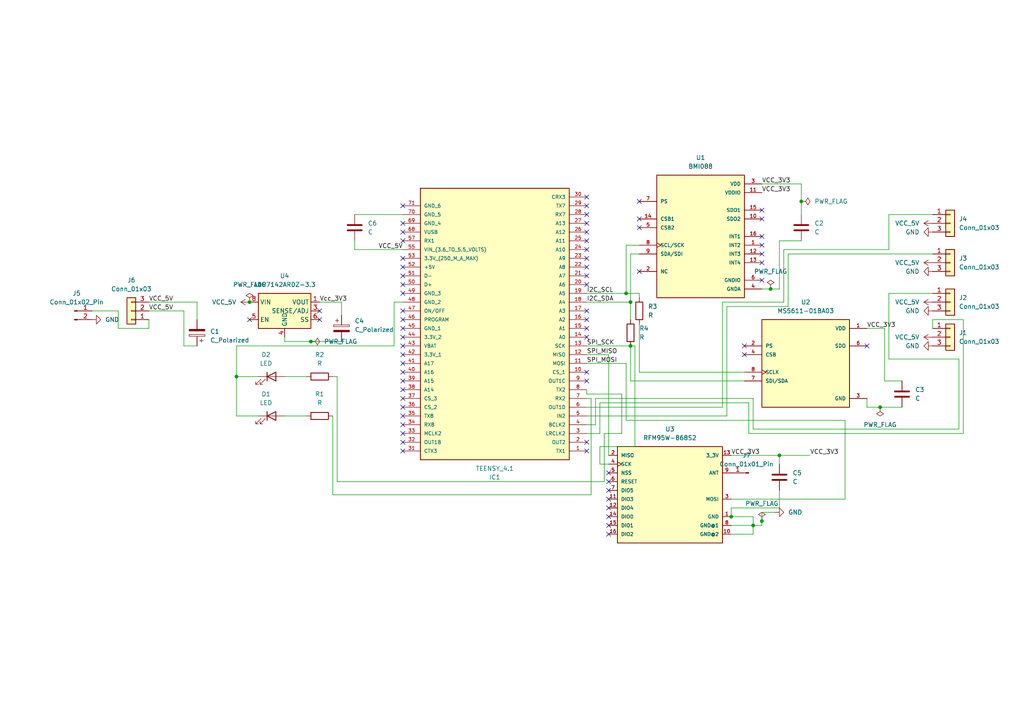
<source format=kicad_sch>
(kicad_sch (version 20250114) (generator "eeschema") (generator_version "9.0")
  (paper "A4")
  (lib_symbols
    (symbol "BMI088:BMI088" (pin_names (offset 1.016))
      (property "Reference" "U" (at -12.7 18.415 0))
      (property "Value" "BMI088" (at -12.7 -20.32 0))
      (symbol "BMI088_0_0"
        (rectangle (start -12.7 -17.78) (end 12.7 17.78) (stroke (width 0.254)) (fill (type background)))
        (pin input line (at -17.78 10.16 0) (length 5.08) (name "PS") (number "7"))
        (pin input line (at -17.78 5.08 0) (length 5.08) (name "CSB1") (number "14"))
        (pin input line (at -17.78 2.54 0) (length 5.08) (name "CSB2") (number "5"))
        (pin input clock (at -17.78 -2.54 0) (length 5.08) (name "SCL/SCK") (number "8"))
        (pin bidirectional line (at -17.78 -5.08 0) (length 5.08) (name "SDA/SDI") (number "9"))
        (pin passive line (at -17.78 -10.16 0) (length 5.08) (name "NC") (number "2"))
        (pin power_in line (at 17.78 15.24 180) (length 5.08) (name "VDD") (number "3"))
        (pin power_in line (at 17.78 12.7 180) (length 5.08) (name "VDDIO") (number "11"))
        (pin output line (at 17.78 7.62 180) (length 5.08) (name "SDO1") (number "15"))
        (pin output line (at 17.78 5.08 180) (length 5.08) (name "SDO2") (number "10"))
        (pin bidirectional line (at 17.78 0 180) (length 5.08) (name "INT1") (number "16"))
        (pin bidirectional line (at 17.78 -2.54 180) (length 5.08) (name "INT2") (number "1"))
        (pin bidirectional line (at 17.78 -5.08 180) (length 5.08) (name "INT3") (number "12"))
        (pin bidirectional line (at 17.78 -7.62 180) (length 5.08) (name "INT4") (number "13"))
        (pin power_in line (at 17.78 -12.7 180) (length 5.08) (name "GNDIO") (number "6"))
        (pin power_in line (at 17.78 -15.24 180) (length 5.08) (name "GNDA") (number "4"))
      )
    )
    (symbol "Connector:Conn_01x01_Pin" (pin_names (offset 1.016) (hide yes))
      (property "Reference" "J" (at 0 2.54 0))
      (property "Value" "Conn_01x01_Pin" (at 0 -2.54 0))
      (symbol "Conn_01x01_Pin_1_1"
        (rectangle (start 0.8636 0.127) (end 0 -0.127) (stroke (width 0.1524)) (fill (type outline)))
        (polyline (pts (xy 1.27 0) (xy 0.8636 0)) (stroke (width 0.1524)))
        (pin passive line (at 5.08 0 180) (length 3.81) (name "Pin_1") (number "1"))
      )
    )
    (symbol "Connector:Conn_01x02_Pin" (pin_names (offset 1.016) (hide yes))
      (property "Reference" "J" (at 0 2.54 0))
      (property "Value" "Conn_01x02_Pin" (at 0 -5.08 0))
      (symbol "Conn_01x02_Pin_1_1"
        (rectangle (start 0.8636 0.127) (end 0 -0.127) (stroke (width 0.1524)) (fill (type outline)))
        (rectangle (start 0.8636 -2.413) (end 0 -2.667) (stroke (width 0.1524)) (fill (type outline)))
        (polyline (pts (xy 1.27 0) (xy 0.8636 0)) (stroke (width 0.1524)))
        (polyline (pts (xy 1.27 -2.54) (xy 0.8636 -2.54)) (stroke (width 0.1524)))
        (pin passive line (at 5.08 0 180) (length 3.81) (name "Pin_1") (number "1"))
        (pin passive line (at 5.08 -2.54 180) (length 3.81) (name "Pin_2") (number "2"))
      )
    )
    (symbol "Connector_Generic:Conn_01x03" (pin_names (offset 1.016) (hide yes))
      (property "Reference" "J" (at 0 5.08 0))
      (property "Value" "Conn_01x03" (at 0 -5.08 0))
      (symbol "Conn_01x03_1_1"
        (rectangle (start -1.27 3.81) (end 1.27 -3.81) (stroke (width 0.254)) (fill (type background)))
        (rectangle (start -1.27 2.667) (end 0 2.413) (stroke (width 0.1524)))
        (rectangle (start -1.27 0.127) (end 0 -0.127) (stroke (width 0.1524)))
        (rectangle (start -1.27 -2.413) (end 0 -2.667) (stroke (width 0.1524)))
        (pin passive line (at -5.08 2.54 0) (length 3.81) (name "Pin_1") (number "1"))
        (pin passive line (at -5.08 0 0) (length 3.81) (name "Pin_2") (number "2"))
        (pin passive line (at -5.08 -2.54 0) (length 3.81) (name "Pin_3") (number "3"))
      )
    )
    (symbol "Device:C" (pin_numbers (hide yes)) (pin_names (offset 0.254))
      (property "Reference" "C" (at 0.635 2.54 0))
      (property "Value" "C" (at 0.635 -2.54 0))
      (symbol "C_0_1"
        (polyline (pts (xy -2.032 0.762) (xy 2.032 0.762)) (stroke (width 0.508)))
        (polyline (pts (xy -2.032 -0.762) (xy 2.032 -0.762)) (stroke (width 0.508)))
      )
      (symbol "C_1_1"
        (pin passive line (at 0 3.81 270) (length 2.794) (name "~") (number "1"))
        (pin passive line (at 0 -3.81 90) (length 2.794) (name "~") (number "2"))
      )
    )
    (symbol "Device:C_Polarized" (pin_numbers (hide yes)) (pin_names (offset 0.254))
      (property "Reference" "C" (at 0.635 2.54 0))
      (property "Value" "C_Polarized" (at 0.635 -2.54 0))
      (symbol "C_Polarized_0_1"
        (rectangle (start -2.286 0.508) (end 2.286 1.016))
        (polyline (pts (xy -1.778 2.286) (xy -0.762 2.286)))
        (polyline (pts (xy -1.27 2.794) (xy -1.27 1.778)))
        (rectangle (start 2.286 -0.508) (end -2.286 -1.016) (fill (type outline)))
      )
      (symbol "C_Polarized_1_1"
        (pin passive line (at 0 3.81 270) (length 2.794) (name "~") (number "1"))
        (pin passive line (at 0 -3.81 90) (length 2.794) (name "~") (number "2"))
      )
    )
    (symbol "Device:LED" (pin_numbers (hide yes)) (pin_names (offset 1.016) (hide yes))
      (property "Reference" "D" (at 0 2.54 0))
      (property "Value" "LED" (at 0 -2.54 0))
      (symbol "LED_0_1"
        (polyline (pts (xy -3.048 -0.762) (xy -4.572 -2.286) (xy -3.81 -2.286) (xy -4.572 -2.286) (xy -4.572 -1.524)))
        (polyline (pts (xy -1.778 -0.762) (xy -3.302 -2.286) (xy -2.54 -2.286) (xy -3.302 -2.286) (xy -3.302 -1.524)))
        (polyline (pts (xy -1.27 0) (xy 1.27 0)))
        (polyline (pts (xy -1.27 -1.27) (xy -1.27 1.27)) (stroke (width 0.254)))
        (polyline (pts (xy 1.27 -1.27) (xy 1.27 1.27) (xy -1.27 0) (xy 1.27 -1.27)) (stroke (width 0.254)))
      )
      (symbol "LED_1_1"
        (pin passive line (at -3.81 0 0) (length 2.54) (name "K") (number "1"))
        (pin passive line (at 3.81 0 180) (length 2.54) (name "A") (number "2"))
      )
    )
    (symbol "Device:R" (pin_numbers (hide yes)) (pin_names (offset 0))
      (property "Reference" "R" (at 2.032 0 90))
      (property "Value" "R" (at 0 0 90))
      (symbol "R_0_1"
        (rectangle (start -1.016 -2.54) (end 1.016 2.54) (stroke (width 0.254)))
      )
      (symbol "R_1_1"
        (pin passive line (at 0 3.81 270) (length 1.27) (name "~") (number "1"))
        (pin passive line (at 0 -3.81 90) (length 1.27) (name "~") (number "2"))
      )
    )
    (symbol "MS5611-01BA03:MS5611-01BA03" (pin_names (offset 1.016))
      (property "Reference" "U" (at -12.7 12.7 0))
      (property "Value" "MS5611-01BA03" (at -12.7 -15.24 0))
      (symbol "MS5611-01BA03_0_0"
        (rectangle (start -12.7 -12.7) (end 12.7 12.7) (stroke (width 0.254)) (fill (type background)))
        (pin input line (at -17.78 5.08 0) (length 5.08) (name "PS") (number "2"))
        (pin input line (at -17.78 2.54 0) (length 5.08) (name "CSB") (number "4"))
        (pin input line (at -17.78 2.54 0) (length 5.08) (hide yes) (name "CSB") (number "5"))
        (pin input clock (at -17.78 -2.54 0) (length 5.08) (name "SCLK") (number "8"))
        (pin bidirectional line (at -17.78 -5.08 0) (length 5.08) (name "SDI/SDA") (number "7"))
        (pin power_in line (at 17.78 10.16 180) (length 5.08) (name "VDD") (number "1"))
        (pin output line (at 17.78 5.08 180) (length 5.08) (name "SDO") (number "6"))
        (pin power_in line (at 17.78 -10.16 180) (length 5.08) (name "GND") (number "3"))
      )
    )
    (symbol "RFM95W-868S2:RFM95W-868S2" (pin_names (offset 1.016))
      (property "Reference" "U" (at -15.2563 13.9849 0))
      (property "Value" "RFM95W-868S2" (at -15.265 -17.8092 0))
      (symbol "RFM95W-868S2_0_0"
        (rectangle (start -15.24 -15.24) (end 15.24 12.7) (stroke (width 0.254)) (fill (type background)))
        (pin input line (at -17.78 10.16 0) (length 2.54) (name "MISO") (number "2"))
        (pin input clock (at -17.78 7.62 0) (length 2.54) (name "SCK") (number "4"))
        (pin input line (at -17.78 5.08 0) (length 2.54) (name "NSS") (number "5"))
        (pin bidirectional line (at -17.78 2.54 0) (length 2.54) (name "RESET") (number "6"))
        (pin bidirectional line (at -17.78 0 0) (length 2.54) (name "DIO5") (number "7"))
        (pin bidirectional line (at -17.78 -2.54 0) (length 2.54) (name "DIO3") (number "11"))
        (pin bidirectional line (at -17.78 -5.08 0) (length 2.54) (name "DIO4") (number "12"))
        (pin bidirectional line (at -17.78 -7.62 0) (length 2.54) (name "DIO0") (number "14"))
        (pin bidirectional line (at -17.78 -10.16 0) (length 2.54) (name "DIO1") (number "15"))
        (pin bidirectional line (at -17.78 -12.7 0) (length 2.54) (name "DIO2") (number "16"))
        (pin power_in line (at 17.78 10.16 180) (length 2.54) (name "3_3V") (number "13"))
        (pin passive line (at 17.78 5.08 180) (length 2.54) (name "ANT") (number "9"))
        (pin output line (at 17.78 -2.54 180) (length 2.54) (name "MOSI") (number "3"))
        (pin power_in line (at 17.78 -7.62 180) (length 2.54) (name "GND") (number "1"))
        (pin power_in line (at 17.78 -10.16 180) (length 2.54) (name "GND@1") (number "8"))
        (pin power_in line (at 17.78 -12.7 180) (length 2.54) (name "GND@2") (number "10"))
      )
    )
    (symbol "Regulator_Linear:ADP7142ARDZ-3.3"
      (property "Reference" "U" (at 0 8.89 0))
      (property "Value" "ADP7142ARDZ-3.3" (at 0 6.35 0))
      (symbol "ADP7142ARDZ-3.3_0_1"
        (rectangle (start -7.62 5.08) (end 7.62 -5.08) (stroke (width 0.254)) (fill (type background)))
      )
      (symbol "ADP7142ARDZ-3.3_1_1"
        (pin passive line (at -10.16 2.54 0) (length 2.54) (hide yes) (name "VIN") (number "7"))
        (pin power_in line (at -10.16 2.54 0) (length 2.54) (name "VIN") (number "8"))
        (pin input line (at -10.16 -2.54 0) (length 2.54) (name "EN") (number "5"))
        (pin power_in line (at 0 -7.62 90) (length 2.54) (name "GND") (number "4"))
        (pin passive line (at 0 -7.62 90) (length 2.54) (hide yes) (name "GND") (number "9"))
        (pin power_out line (at 10.16 2.54 180) (length 2.54) (name "VOUT") (number "1"))
        (pin passive line (at 10.16 2.54 180) (length 2.54) (hide yes) (name "VOUT") (number "2"))
        (pin input line (at 10.16 0 180) (length 2.54) (name "SENSE/ADJ") (number "3"))
        (pin passive line (at 10.16 -2.54 180) (length 2.54) (name "SS") (number "6"))
      )
    )
    (symbol "TEENSY_4.1:TEENSY_4.1" (pin_names (offset 1.016))
      (property "Reference" "IC" (at 49.53 7.62 0))
      (property "Value" "TEENSY_4.1" (at 49.53 5.08 0))
      (symbol "TEENSY_4.1_0_0"
        (rectangle (start 5.08 -76.2) (end 48.26 2.54) (stroke (width 0.254)) (fill (type background)))
        (pin bidirectional line (at 0 0 0) (length 5.08) (name "TX1") (number "1"))
        (pin bidirectional line (at 0 -2.54 0) (length 5.08) (name "OUT2") (number "2"))
        (pin bidirectional line (at 0 -5.08 0) (length 5.08) (name "LRCLK2") (number "3"))
        (pin bidirectional line (at 0 -7.62 0) (length 5.08) (name "BCLK2") (number "4"))
        (pin bidirectional line (at 0 -10.16 0) (length 5.08) (name "IN2") (number "5"))
        (pin bidirectional line (at 0 -12.7 0) (length 5.08) (name "OUT1D") (number "6"))
        (pin bidirectional line (at 0 -15.24 0) (length 5.08) (name "RX2") (number "7"))
        (pin bidirectional line (at 0 -17.78 0) (length 5.08) (name "TX2") (number "8"))
        (pin bidirectional line (at 0 -20.32 0) (length 5.08) (name "OUT1C") (number "9"))
        (pin bidirectional line (at 0 -22.86 0) (length 5.08) (name "CS_1") (number "10"))
        (pin bidirectional line (at 0 -25.4 0) (length 5.08) (name "MOSI") (number "11"))
        (pin bidirectional line (at 0 -27.94 0) (length 5.08) (name "MISO") (number "12"))
        (pin bidirectional line (at 0 -30.48 0) (length 5.08) (name "SCK") (number "13"))
        (pin bidirectional line (at 0 -33.02 0) (length 5.08) (name "A0") (number "14"))
        (pin bidirectional line (at 0 -35.56 0) (length 5.08) (name "A1") (number "15"))
        (pin bidirectional line (at 0 -38.1 0) (length 5.08) (name "A2") (number "16"))
        (pin bidirectional line (at 0 -40.64 0) (length 5.08) (name "A3") (number "17"))
        (pin bidirectional line (at 0 -43.18 0) (length 5.08) (name "A4") (number "18"))
        (pin bidirectional line (at 0 -45.72 0) (length 5.08) (name "A5") (number "19"))
        (pin bidirectional line (at 0 -48.26 0) (length 5.08) (name "A6") (number "20"))
        (pin bidirectional line (at 0 -50.8 0) (length 5.08) (name "A7") (number "21"))
        (pin bidirectional line (at 0 -53.34 0) (length 5.08) (name "A8") (number "22"))
        (pin bidirectional line (at 0 -55.88 0) (length 5.08) (name "A9") (number "23"))
        (pin bidirectional line (at 0 -58.42 0) (length 5.08) (name "A10") (number "24"))
        (pin bidirectional line (at 0 -60.96 0) (length 5.08) (name "A11") (number "25"))
        (pin bidirectional line (at 0 -63.5 0) (length 5.08) (name "A12") (number "26"))
        (pin bidirectional line (at 0 -66.04 0) (length 5.08) (name "A13") (number "27"))
        (pin bidirectional line (at 0 -68.58 0) (length 5.08) (name "RX7") (number "28"))
        (pin bidirectional line (at 0 -71.12 0) (length 5.08) (name "TX7") (number "29"))
        (pin bidirectional line (at 0 -73.66 0) (length 5.08) (name "CRX3") (number "30"))
        (pin bidirectional line (at 53.34 0 180) (length 5.08) (name "CTX3") (number "31"))
        (pin bidirectional line (at 53.34 -2.54 180) (length 5.08) (name "OUT1B") (number "32"))
        (pin bidirectional line (at 53.34 -5.08 180) (length 5.08) (name "MCLK2") (number "33"))
        (pin bidirectional line (at 53.34 -7.62 180) (length 5.08) (name "RX8") (number "34"))
        (pin bidirectional line (at 53.34 -10.16 180) (length 5.08) (name "TX8") (number "35"))
        (pin bidirectional line (at 53.34 -12.7 180) (length 5.08) (name "CS_2") (number "36"))
        (pin bidirectional line (at 53.34 -15.24 180) (length 5.08) (name "CS_3") (number "37"))
        (pin bidirectional line (at 53.34 -17.78 180) (length 5.08) (name "A14") (number "38"))
        (pin bidirectional line (at 53.34 -20.32 180) (length 5.08) (name "A15") (number "39"))
        (pin bidirectional line (at 53.34 -22.86 180) (length 5.08) (name "A16") (number "40"))
        (pin bidirectional line (at 53.34 -25.4 180) (length 5.08) (name "A17") (number "41"))
        (pin bidirectional line (at 53.34 -27.94 180) (length 5.08) (name "3.3V_1") (number "42"))
        (pin bidirectional line (at 53.34 -30.48 180) (length 5.08) (name "VBAT") (number "43"))
        (pin bidirectional line (at 53.34 -33.02 180) (length 5.08) (name "3.3V_2") (number "44"))
        (pin bidirectional line (at 53.34 -35.56 180) (length 5.08) (name "GND_1") (number "45"))
        (pin bidirectional line (at 53.34 -38.1 180) (length 5.08) (name "PROGRAM") (number "46"))
        (pin bidirectional line (at 53.34 -40.64 180) (length 5.08) (name "ON/OFF") (number "47"))
        (pin bidirectional line (at 53.34 -43.18 180) (length 5.08) (name "GND_2") (number "48"))
        (pin bidirectional line (at 53.34 -45.72 180) (length 5.08) (name "GND_3") (number "49"))
        (pin bidirectional line (at 53.34 -48.26 180) (length 5.08) (name "D+") (number "50"))
        (pin bidirectional line (at 53.34 -50.8 180) (length 5.08) (name "D-") (number "51"))
        (pin bidirectional line (at 53.34 -53.34 180) (length 5.08) (name "+5V") (number "52"))
        (pin bidirectional line (at 53.34 -55.88 180) (length 5.08) (name "3.3V_(250_M_A_MAX)") (number "53"))
        (pin bidirectional line (at 53.34 -58.42 180) (length 5.08) (name "VIN_(3.6_TO_5.5_VOLTS)") (number "55"))
        (pin bidirectional line (at 53.34 -60.96 180) (length 5.08) (name "RX1") (number "57"))
        (pin bidirectional line (at 53.34 -63.5 180) (length 5.08) (name "VUSB") (number "68"))
        (pin bidirectional line (at 53.34 -66.04 180) (length 5.08) (name "GND_4") (number "69"))
        (pin bidirectional line (at 53.34 -68.58 180) (length 5.08) (name "GND_5") (number "70"))
        (pin bidirectional line (at 53.34 -71.12 180) (length 5.08) (name "GND_6") (number "71"))
      )
    )
    (symbol "power:GND" (power) (pin_numbers (hide yes)) (pin_names (offset 0) (hide yes))
      (property "Value" "GND" (at 0 -3.81 0))
      (symbol "GND_0_1"
        (polyline (pts (xy 0 0) (xy 0 -1.27) (xy 1.27 -1.27) (xy 0 -2.54) (xy -1.27 -1.27) (xy 0 -1.27)))
      )
      (symbol "GND_1_1"
        (pin power_in line (at 0 0 270) (length 0) (name "~") (number "1"))
      )
    )
    (symbol "power:PWR_FLAG" (power) (pin_numbers (hide yes)) (pin_names (offset 0) (hide yes))
      (property "Value" "PWR_FLAG" (at 0 3.81 0))
      (symbol "PWR_FLAG_0_0"
        (pin power_out line (at 0 0 90) (length 0) (name "~") (number "1"))
      )
      (symbol "PWR_FLAG_0_1"
        (polyline (pts (xy 0 0) (xy 0 1.27) (xy -1.016 1.905) (xy 0 2.54) (xy 1.016 1.905) (xy 0 1.27)))
      )
    )
    (symbol "power:VCC" (power) (pin_numbers (hide yes)) (pin_names (offset 0) (hide yes))
      (property "Value" "VCC" (at 0 3.556 0))
      (symbol "VCC_0_1"
        (polyline (pts (xy -0.762 1.27) (xy 0 2.54)))
        (polyline (pts (xy 0 2.54) (xy 0.762 1.27)))
        (polyline (pts (xy 0 0) (xy 0 2.54)))
      )
      (symbol "VCC_1_1"
        (pin power_in line (at 0 0 90) (length 0) (name "~") (number "1"))
      )
    )
  )
  (junction (at 212.09 149.86))
  (junction (at 223.52 83.82))
  (junction (at 218.44 152.4))
  (junction (at 255.27 118.11))
  (junction (at 68.58 109.22))
  (junction (at 72.39 87.63))
  (junction (at 182.88 100.33))
  (junction (at 182.88 87.63))
  (junction (at 232.41 58.42))
  (junction (at 220.98 151.13))
  (junction (at 226.06 132.08))
  (junction (at 181.61 85.09))
  (junction (at 90.17 99.06))
  (no_connect (at 116.84 115.57))
  (no_connect (at 176.53 149.86))
  (no_connect (at 116.84 110.49))
  (no_connect (at 220.98 60.96))
  (no_connect (at 170.18 59.69))
  (no_connect (at 116.84 85.09))
  (no_connect (at 116.84 102.87))
  (no_connect (at 220.98 71.12))
  (no_connect (at 215.9 102.87))
  (no_connect (at 176.53 142.24))
  (no_connect (at 116.84 82.55))
  (no_connect (at 116.84 100.33))
  (no_connect (at 170.18 128.27))
  (no_connect (at 170.18 67.31))
  (no_connect (at 116.84 92.71))
  (no_connect (at 116.84 105.41))
  (no_connect (at 116.84 77.47))
  (no_connect (at 170.18 130.81))
  (no_connect (at 176.53 144.78))
  (no_connect (at 220.98 76.2))
  (no_connect (at 170.18 110.49))
  (no_connect (at 170.18 97.79))
  (no_connect (at 176.53 147.32))
  (no_connect (at 170.18 62.23))
  (no_connect (at 116.84 69.85))
  (no_connect (at 176.53 137.16))
  (no_connect (at 220.98 63.5))
  (no_connect (at 185.42 58.42))
  (no_connect (at 116.84 59.69))
  (no_connect (at 116.84 113.03))
  (no_connect (at 170.18 80.01))
  (no_connect (at 170.18 90.17))
  (no_connect (at 220.98 68.58))
  (no_connect (at 170.18 69.85))
  (no_connect (at 170.18 107.95))
  (no_connect (at 116.84 123.19))
  (no_connect (at 220.98 81.28))
  (no_connect (at 170.18 64.77))
  (no_connect (at 116.84 95.25))
  (no_connect (at 116.84 74.93))
  (no_connect (at 116.84 128.27))
  (no_connect (at 170.18 74.93))
  (no_connect (at 92.71 92.71))
  (no_connect (at 116.84 67.31))
  (no_connect (at 176.53 139.7))
  (no_connect (at 215.9 100.33))
  (no_connect (at 116.84 107.95))
  (no_connect (at 116.84 90.17))
  (no_connect (at 72.39 92.71))
  (no_connect (at 116.84 130.81))
  (no_connect (at 170.18 82.55))
  (no_connect (at 251.46 100.33))
  (no_connect (at 170.18 92.71))
  (no_connect (at 116.84 80.01))
  (no_connect (at 116.84 64.77))
  (no_connect (at 116.84 97.79))
  (no_connect (at 176.53 152.4))
  (no_connect (at 170.18 57.15))
  (no_connect (at 176.53 154.94))
  (no_connect (at 185.42 63.5))
  (no_connect (at 170.18 72.39))
  (no_connect (at 92.71 90.17))
  (no_connect (at 170.18 77.47))
  (no_connect (at 220.98 73.66))
  (no_connect (at 185.42 66.04))
  (no_connect (at 116.84 125.73))
  (no_connect (at 116.84 118.11))
  (no_connect (at 185.42 78.74))
  (no_connect (at 170.18 95.25))
  (no_connect (at 116.84 120.65))
  (wire (pts (xy 226.06 69.85) (xy 232.41 69.85)))
  (wire (pts (xy 212.09 147.32) (xy 212.09 149.86)))
  (wire (pts (xy 116.84 87.63) (xy 114.3 87.63)))
  (wire (pts (xy 82.55 97.79) (xy 82.55 99.06)))
  (wire (pts (xy 43.18 95.25) (xy 43.18 92.71)))
  (wire (pts (xy 184.15 129.54) (xy 173.99 129.54)))
  (wire (pts (xy 218.44 152.4) (xy 218.44 154.94)))
  (wire (pts (xy 251.46 115.57) (xy 251.46 118.11)))
  (wire (pts (xy 170.18 123.19) (xy 172.72 123.19)))
  (wire (pts (xy 170.18 115.57) (xy 171.45 115.57)))
  (wire (pts (xy 171.45 143.51) (xy 96.52 143.51)))
  (wire (pts (xy 209.55 87.63) (xy 227.33 87.63)))
  (wire (pts (xy 170.18 102.87) (xy 176.53 102.87)))
  (wire (pts (xy 170.18 85.09) (xy 181.61 85.09)))
  (wire (pts (xy 217.17 125.73) (xy 279.4 125.73)))
  (wire (pts (xy 68.58 109.22) (xy 74.93 109.22)))
  (wire (pts (xy 170.18 100.33) (xy 182.88 100.33)))
  (wire (pts (xy 102.87 62.23) (xy 116.84 62.23)))
  (wire (pts (xy 278.13 104.14) (xy 257.81 104.14)))
  (wire (pts (xy 182.88 87.63) (xy 182.88 92.71)))
  (wire (pts (xy 96.52 143.51) (xy 96.52 120.65)))
  (wire (pts (xy 226.06 147.32) (xy 212.09 147.32)))
  (wire (pts (xy 173.99 129.54) (xy 173.99 134.62)))
  (wire (pts (xy 226.06 83.82) (xy 226.06 69.85)))
  (wire (pts (xy 53.34 100.33) (xy 57.15 100.33)))
  (wire (pts (xy 257.81 72.39) (xy 257.81 62.23)))
  (wire (pts (xy 102.87 69.85) (xy 102.87 72.39)))
  (wire (pts (xy 182.88 100.33) (xy 182.88 110.49)))
  (wire (pts (xy 256.54 110.49) (xy 256.54 95.25)))
  (wire (pts (xy 226.06 132.08) (xy 226.06 134.62)))
  (wire (pts (xy 43.18 87.63) (xy 57.15 87.63)))
  (wire (pts (xy 176.53 102.87) (xy 176.53 132.08)))
  (wire (pts (xy 279.4 125.73) (xy 279.4 92.71)))
  (wire (pts (xy 182.88 73.66) (xy 182.88 87.63)))
  (wire (pts (xy 257.81 62.23) (xy 270.51 62.23)))
  (wire (pts (xy 102.87 72.39) (xy 116.84 72.39)))
  (wire (pts (xy 232.41 58.42) (xy 232.41 53.34)))
  (wire (pts (xy 99.06 91.44) (xy 99.06 87.63)))
  (wire (pts (xy 228.6 73.66) (xy 270.51 73.66)))
  (wire (pts (xy 92.71 87.63) (xy 99.06 87.63)))
  (wire (pts (xy 175.26 139.7) (xy 175.26 125.73)))
  (wire (pts (xy 245.11 121.92) (xy 181.61 121.92)))
  (wire (pts (xy 185.42 86.36) (xy 185.42 85.09)))
  (wire (pts (xy 172.72 123.19) (xy 172.72 115.57)))
  (wire (pts (xy 224.79 148.59) (xy 220.98 148.59)))
  (wire (pts (xy 270.51 92.71) (xy 270.51 95.25)))
  (wire (pts (xy 53.34 90.17) (xy 53.34 100.33)))
  (wire (pts (xy 82.55 120.65) (xy 88.9 120.65)))
  (wire (pts (xy 209.55 118.11) (xy 209.55 87.63)))
  (wire (pts (xy 226.06 142.24) (xy 226.06 147.32)))
  (wire (pts (xy 181.61 121.92) (xy 181.61 105.41)))
  (wire (pts (xy 68.58 109.22) (xy 68.58 120.65)))
  (wire (pts (xy 170.18 87.63) (xy 182.88 87.63)))
  (wire (pts (xy 184.15 100.33) (xy 184.15 129.54)))
  (wire (pts (xy 26.67 90.17) (xy 34.29 90.17)))
  (wire (pts (xy 212.09 154.94) (xy 218.44 154.94)))
  (wire (pts (xy 245.11 144.78) (xy 245.11 121.92)))
  (wire (pts (xy 228.6 88.9) (xy 228.6 73.66)))
  (wire (pts (xy 227.33 72.39) (xy 257.81 72.39)))
  (wire (pts (xy 180.34 125.73) (xy 180.34 114.3)))
  (wire (pts (xy 170.18 114.3) (xy 170.18 113.03)))
  (wire (pts (xy 256.54 95.25) (xy 251.46 95.25)))
  (wire (pts (xy 68.58 120.65) (xy 74.93 120.65)))
  (wire (pts (xy 210.82 88.9) (xy 228.6 88.9)))
  (wire (pts (xy 170.18 120.65) (xy 210.82 120.65)))
  (wire (pts (xy 215.9 110.49) (xy 182.88 110.49)))
  (wire (pts (xy 226.06 132.08) (xy 234.95 132.08)))
  (wire (pts (xy 82.55 109.22) (xy 88.9 109.22)))
  (wire (pts (xy 181.61 105.41) (xy 170.18 105.41)))
  (wire (pts (xy 212.09 144.78) (xy 245.11 144.78)))
  (wire (pts (xy 43.18 90.17) (xy 53.34 90.17)))
  (wire (pts (xy 173.99 116.84) (xy 217.17 116.84)))
  (wire (pts (xy 218.44 152.4) (xy 212.09 152.4)))
  (wire (pts (xy 114.3 100.33) (xy 68.58 100.33)))
  (wire (pts (xy 68.58 100.33) (xy 68.58 109.22)))
  (wire (pts (xy 278.13 124.46) (xy 278.13 104.14)))
  (wire (pts (xy 170.18 125.73) (xy 173.99 125.73)))
  (wire (pts (xy 255.27 118.11) (xy 261.62 118.11)))
  (wire (pts (xy 185.42 71.12) (xy 181.61 71.12)))
  (wire (pts (xy 261.62 110.49) (xy 256.54 110.49)))
  (wire (pts (xy 173.99 134.62) (xy 176.53 134.62)))
  (wire (pts (xy 185.42 73.66) (xy 182.88 73.66)))
  (wire (pts (xy 223.52 83.82) (xy 226.06 83.82)))
  (wire (pts (xy 90.17 99.06) (xy 99.06 99.06)))
  (wire (pts (xy 218.44 124.46) (xy 278.13 124.46)))
  (wire (pts (xy 114.3 87.63) (xy 114.3 100.33)))
  (wire (pts (xy 220.98 151.13) (xy 220.98 152.4)))
  (wire (pts (xy 181.61 71.12) (xy 181.61 85.09)))
  (wire (pts (xy 212.09 149.86) (xy 218.44 149.86)))
  (wire (pts (xy 180.34 114.3) (xy 170.18 114.3)))
  (wire (pts (xy 279.4 92.71) (xy 270.51 92.71)))
  (wire (pts (xy 218.44 149.86) (xy 218.44 152.4)))
  (wire (pts (xy 257.81 85.09) (xy 270.51 85.09)))
  (wire (pts (xy 232.41 62.23) (xy 232.41 58.42)))
  (wire (pts (xy 251.46 118.11) (xy 255.27 118.11)))
  (wire (pts (xy 232.41 53.34) (xy 220.98 53.34)))
  (wire (pts (xy 34.29 90.17) (xy 34.29 95.25)))
  (wire (pts (xy 218.44 115.57) (xy 218.44 124.46)))
  (wire (pts (xy 220.98 152.4) (xy 218.44 152.4)))
  (wire (pts (xy 185.42 107.95) (xy 185.42 93.98)))
  (wire (pts (xy 97.79 109.22) (xy 97.79 139.7)))
  (wire (pts (xy 170.18 118.11) (xy 209.55 118.11)))
  (wire (pts (xy 96.52 109.22) (xy 97.79 109.22)))
  (wire (pts (xy 57.15 87.63) (xy 57.15 92.71)))
  (wire (pts (xy 215.9 107.95) (xy 185.42 107.95)))
  (wire (pts (xy 182.88 100.33) (xy 184.15 100.33)))
  (wire (pts (xy 212.09 132.08) (xy 226.06 132.08)))
  (wire (pts (xy 82.55 99.06) (xy 90.17 99.06)))
  (wire (pts (xy 34.29 95.25) (xy 43.18 95.25)))
  (wire (pts (xy 217.17 116.84) (xy 217.17 125.73)))
  (wire (pts (xy 97.79 139.7) (xy 175.26 139.7)))
  (wire (pts (xy 227.33 87.63) (xy 227.33 72.39)))
  (wire (pts (xy 173.99 125.73) (xy 173.99 116.84)))
  (wire (pts (xy 172.72 115.57) (xy 218.44 115.57)))
  (wire (pts (xy 181.61 85.09) (xy 185.42 85.09)))
  (wire (pts (xy 257.81 104.14) (xy 257.81 85.09)))
  (wire (pts (xy 220.98 148.59) (xy 220.98 151.13)))
  (wire (pts (xy 175.26 125.73) (xy 180.34 125.73)))
  (wire (pts (xy 220.98 83.82) (xy 223.52 83.82)))
  (wire (pts (xy 171.45 115.57) (xy 171.45 143.51)))
  (wire (pts (xy 210.82 120.65) (xy 210.82 88.9)))
  (label "SPI_MISO" (at 170.18 102.87 0))
  (label "VCC_3V3" (at 234.95 132.08 0))
  (label "VCC_5V" (at 43.18 87.63 0))
  (label "VCC_3V3" (at 251.46 95.25 0))
  (label "VCC_5V" (at 43.18 90.17 0))
  (label "SPI_SCK" (at 170.18 100.33 0))
  (label "SPI_MOSI" (at 170.18 105.41 0))
  (label "VCC_3V3" (at 212.09 132.08 0))
  (label "VCC_3V3" (at 220.98 55.88 0))
  (label "I2C_SCL" (at 170.18 85.09 0))
  (label "VCC_5V" (at 116.84 72.39 180))
  (label "VCC_3V3" (at 220.98 53.34 0))
  (label "I2C_SDA" (at 170.18 87.63 0))
  (label "Vcc_3V3" (at 92.71 87.63 0))
  (symbol (lib_id "Device:R") (at 182.88 96.52 0) (unit 1)
    (property "Reference" "R4" (at 185.42 95.2499 0) (effects (justify left)))
    (property "Value" "R" (at 185.42 97.7899 0) (effects (justify left)))
    (property "Footprint" "Resistor_THT:R_Axial_DIN0207_L6.3mm_D2.5mm_P10.16mm_Horizontal" (effects (hide yes)))
    (property "Description" "Resistor" (effects (hide yes)))
  )
  (symbol (lib_id "power:PWR_FLAG") (at 255.27 118.11 180) (unit 1)
    (property "Reference" "#FLG06" (effects (hide yes)))
    (property "Value" "PWR_FLAG" (at 255.27 123.19 0))
    (property "Description" "Special symbol for telling ERC where power comes from" (effects (hide yes)))
  )
  (symbol (lib_id "power:VCC") (at 72.39 87.63 90) (unit 1)
    (property "Reference" "#PWR04" (effects (hide yes)))
    (property "Value" "VCC_5V" (at 68.58 87.6299 90) (effects (justify left)))
    (property "Description" "Power symbol creates a global label with name \"VCC\"" (effects (hide yes)))
  )
  (symbol (lib_id "Device:LED") (at 78.74 120.65 0) (unit 1)
    (property "Reference" "D1" (at 77.1525 114.3 0))
    (property "Value" "LED" (at 77.1525 116.84 0))
    (property "Footprint" "LED_THT:LED_D5.0mm" (effects (hide yes)))
    (property "Description" "Light emitting diode" (effects (hide yes)))
    (property "Sim.Pins" "1=K 2=A" (effects (hide yes)))
  )
  (symbol (lib_id "power:PWR_FLAG") (at 223.52 83.82 0) (unit 1)
    (property "Reference" "#FLG07" (effects (hide yes)))
    (property "Value" "PWR_FLAG" (at 223.52 78.74 0))
    (property "Description" "Special symbol for telling ERC where power comes from" (effects (hide yes)))
  )
  (symbol (lib_id "power:GND") (at 270.51 78.74 270) (unit 1)
    (property "Reference" "#PWR011" (effects (hide yes)))
    (property "Value" "GND" (at 266.7 78.7399 90) (effects (justify right)))
    (property "Description" "Power symbol creates a global label with name \"GND\" , ground" (effects (hide yes)))
  )
  (symbol (lib_id "Device:C") (at 102.87 66.04 180) (unit 1)
    (property "Reference" "C6" (at 106.68 64.7699 0) (effects (justify right)))
    (property "Value" "C" (at 106.68 67.3099 0) (effects (justify right)))
    (property "Footprint" "Capacitor_SMD:C_0805_2012Metric_Pad1.18x1.45mm_HandSolder" (effects (hide yes)))
    (property "Description" "Unpolarized capacitor" (effects (hide yes)))
  )
  (symbol (lib_id "Device:R") (at 92.71 109.22 90) (unit 1)
    (property "Reference" "R2" (at 92.71 102.87 90))
    (property "Value" "R" (at 92.71 105.41 90))
    (property "Footprint" "Resistor_THT:R_Axial_DIN0207_L6.3mm_D2.5mm_P10.16mm_Horizontal" (effects (hide yes)))
    (property "Description" "Resistor" (effects (hide yes)))
  )
  (symbol (lib_id "Connector_Generic:Conn_01x03") (at 38.1 90.17 180) (unit 1)
    (property "Reference" "J6" (at 38.1 81.28 0))
    (property "Value" "Conn_01x03" (at 38.1 83.82 0))
    (property "Footprint" "Connector_PinHeader_2.54mm:PinHeader_1x03_P2.54mm_Vertical" (effects (hide yes)))
    (property "Description" "Generic connector, single row, 01x03, script generated (kicad-library-utils/schlib/autogen/connector/)" (effects (hide yes)))
  )
  (symbol (lib_id "Connector_Generic:Conn_01x03") (at 275.59 97.79 0) (unit 1)
    (property "Reference" "J1" (at 278.13 96.5199 0) (effects (justify left)))
    (property "Value" "Conn_01x03" (at 278.13 99.0599 0) (effects (justify left)))
    (property "Footprint" "Connector_PinHeader_2.54mm:PinHeader_1x03_P2.54mm_Vertical" (effects (hide yes)))
    (property "Description" "Generic connector, single row, 01x03, script generated (kicad-library-utils/schlib/autogen/connector/)" (effects (hide yes)))
  )
  (symbol (lib_id "Connector:Conn_01x01_Pin") (at 217.17 137.16 180) (unit 1)
    (property "Reference" "J7" (at 216.535 132.08 0))
    (property "Value" "Conn_01x01_Pin" (at 216.535 134.62 0))
    (property "Footprint" "Connector_PinHeader_2.54mm:PinHeader_1x01_P2.54mm_Vertical" (effects (hide yes)))
    (property "Description" "Generic connector, single row, 01x01, script generated" (effects (hide yes)))
  )
  (symbol (lib_id "Connector_Generic:Conn_01x03") (at 275.59 64.77 0) (unit 1)
    (property "Reference" "J4" (at 278.13 63.4999 0) (effects (justify left)))
    (property "Value" "Conn_01x03" (at 278.13 66.0399 0) (effects (justify left)))
    (property "Footprint" "Connector_PinHeader_2.54mm:PinHeader_1x03_P2.54mm_Vertical" (effects (hide yes)))
    (property "Description" "Generic connector, single row, 01x03, script generated (kicad-library-utils/schlib/autogen/connector/)" (effects (hide yes)))
  )
  (symbol (lib_id "power:GND") (at 270.51 90.17 270) (unit 1)
    (property "Reference" "#PWR010" (effects (hide yes)))
    (property "Value" "GND" (at 266.7 90.1699 90) (effects (justify right)))
    (property "Description" "Power symbol creates a global label with name \"GND\" , ground" (effects (hide yes)))
  )
  (symbol (lib_id "power:GND") (at 270.51 67.31 270) (unit 1)
    (property "Reference" "#PWR012" (effects (hide yes)))
    (property "Value" "GND" (at 266.7 67.3099 90) (effects (justify right)))
    (property "Description" "Power symbol creates a global label with name \"GND\" , ground" (effects (hide yes)))
  )
  (symbol (lib_id "Connector_Generic:Conn_01x03") (at 275.59 87.63 0) (unit 1)
    (property "Reference" "J2" (at 278.13 86.3599 0) (effects (justify left)))
    (property "Value" "Conn_01x03" (at 278.13 88.8999 0) (effects (justify left)))
    (property "Footprint" "Connector_PinHeader_2.54mm:PinHeader_1x03_P2.54mm_Vertical" (effects (hide yes)))
    (property "Description" "Generic connector, single row, 01x03, script generated (kicad-library-utils/schlib/autogen/connector/)" (effects (hide yes)))
  )
  (symbol (lib_id "power:VCC") (at 270.51 64.77 90) (unit 1)
    (property "Reference" "#PWR05" (effects (hide yes)))
    (property "Value" "VCC_5V" (at 266.7 64.7699 90) (effects (justify left)))
    (property "Description" "Power symbol creates a global label with name \"VCC\"" (effects (hide yes)))
  )
  (symbol (lib_id "Device:R") (at 92.71 120.65 90) (unit 1)
    (property "Reference" "R1" (at 92.71 114.3 90))
    (property "Value" "R" (at 92.71 116.84 90))
    (property "Footprint" "Resistor_THT:R_Axial_DIN0207_L6.3mm_D2.5mm_P10.16mm_Horizontal" (effects (hide yes)))
    (property "Description" "Resistor" (effects (hide yes)))
  )
  (symbol (lib_id "Device:C_Polarized") (at 99.06 95.25 0) (unit 1)
    (property "Reference" "C4" (at 102.87 93.0909 0) (effects (justify left)))
    (property "Value" "C_Polarized" (at 102.87 95.6309 0) (effects (justify left)))
    (property "Footprint" "Capacitor_SMD:C_0805_2012Metric_Pad1.18x1.45mm_HandSolder" (effects (hide yes)))
    (property "Description" "Polarized capacitor" (effects (hide yes)))
  )
  (symbol (lib_id "power:GND") (at 26.67 92.71 90) (unit 1)
    (property "Reference" "#PWR013" (effects (hide yes)))
    (property "Value" "GND" (at 30.48 92.7099 90) (effects (justify right)))
    (property "Description" "Power symbol creates a global label with name \"GND\" , ground" (effects (hide yes)))
  )
  (symbol (lib_id "power:VCC") (at 270.51 87.63 90) (unit 1)
    (property "Reference" "#PWR07" (effects (hide yes)))
    (property "Value" "VCC_5V" (at 266.7 87.6299 90) (effects (justify left)))
    (property "Description" "Power symbol creates a global label with name \"VCC\"" (effects (hide yes)))
  )
  (symbol (lib_id "Device:R") (at 185.42 90.17 180) (unit 1)
    (property "Reference" "R3" (at 187.96 88.8999 0) (effects (justify right)))
    (property "Value" "R" (at 187.96 91.4399 0) (effects (justify right)))
    (property "Footprint" "Resistor_THT:R_Axial_DIN0207_L6.3mm_D2.5mm_P10.16mm_Horizontal" (effects (hide yes)))
    (property "Description" "Resistor" (effects (hide yes)))
  )
  (symbol (lib_id "power:VCC") (at 270.51 97.79 90) (unit 1)
    (property "Reference" "#PWR08" (effects (hide yes)))
    (property "Value" "VCC_5V" (at 266.7 97.7899 90) (effects (justify left)))
    (property "Description" "Power symbol creates a global label with name \"VCC\"" (effects (hide yes)))
  )
  (symbol (lib_id "Regulator_Linear:ADP7142ARDZ-3.3") (at 82.55 90.17 0) (unit 1)
    (property "Reference" "U4" (at 82.55 80.01 0))
    (property "Value" "ADP7142ARDZ-3.3" (at 82.55 82.55 0))
    (property "Footprint" "Package_SO:SOIC-8-1EP_3.9x4.9mm_P1.27mm_EP2.29x3mm" (effects (hide yes)))
    (property "Datasheet" "https://www.analog.com/media/en/technical-documentation/data-sheets/ADP7142.pdf" (effects (hide yes)))
    (property "Description" "200mA, Low Noise, CMOS Low Dropout Regulator, Positive, 3.3V Fixed Output, SOIC-8" (effects (hide yes)))
  )
  (symbol (lib_id "Connector_Generic:Conn_01x03") (at 275.59 76.2 0) (unit 1)
    (property "Reference" "J3" (at 278.13 74.9299 0) (effects (justify left)))
    (property "Value" "Conn_01x03" (at 278.13 77.4699 0) (effects (justify left)))
    (property "Footprint" "Connector_PinHeader_2.54mm:PinHeader_1x03_P2.54mm_Vertical" (effects (hide yes)))
    (property "Description" "Generic connector, single row, 01x03, script generated (kicad-library-utils/schlib/autogen/connector/)" (effects (hide yes)))
  )
  (symbol (lib_id "Device:LED") (at 78.74 109.22 0) (unit 1)
    (property "Reference" "D2" (at 77.1525 102.87 0))
    (property "Value" "LED" (at 77.1525 105.41 0))
    (property "Footprint" "LED_THT:LED_D5.0mm" (effects (hide yes)))
    (property "Description" "Light emitting diode" (effects (hide yes)))
    (property "Sim.Pins" "1=K 2=A" (effects (hide yes)))
  )
  (symbol (lib_id "Device:C") (at 261.62 114.3 0) (unit 1)
    (property "Reference" "C3" (at 265.43 113.0299 0) (effects (justify left)))
    (property "Value" "C" (at 265.43 115.5699 0) (effects (justify left)))
    (property "Footprint" "Capacitor_SMD:C_0805_2012Metric_Pad1.18x1.45mm_HandSolder" (effects (hide yes)))
    (property "Description" "Unpolarized capacitor" (effects (hide yes)))
  )
  (symbol (lib_id "BMI088:BMI088") (at 203.2 68.58 0) (unit 1)
    (property "Reference" "U1" (at 203.2 45.72 0))
    (property "Value" "BMI088" (at 203.2 48.26 0))
    (property "Footprint" "Package_DIP:DIP-16_W7.62mm" (effects (hide yes)))
    (property "MF" "Bosch Sensortec" (effects (hide yes)))
    (property "PURCHASE-URL" "https://pricing.snapeda.com/search/part/BMI088/?ref=eda" (effects (hide yes)))
    (property "PACKAGE" "VFLGA-16 Bosch Sensortec" (effects (hide yes)))
    (property "PRICE" "None" (effects (hide yes)))
    (property "Package" "VFLGA-16 Bosch Sensortec" (effects (hide yes)))
    (property "Check_prices" "https://www.snapeda.com/parts/BMI088/Bosch/view-part/?ref=eda" (effects (hide yes)))
    (property "Price" "None" (effects (hide yes)))
    (property "SnapEDA_Link" "https://www.snapeda.com/parts/BMI088/Bosch/view-part/?ref=snap" (effects (hide yes)))
    (property "MP" "BMI088" (effects (hide yes)))
    (property "Description_1" "Accelerometer, Gyroscope, 6 Axis Sensor I2C, SPI Output" (effects (hide yes)))
    (property "Availability" "In Stock" (effects (hide yes)))
    (property "AVAILABILITY" "In Stock" (effects (hide yes)))
    (property "DESCRIPTION" "Accelerometer, Gyroscope, 6 Axis Sensor I²C, SPI Output" (effects (hide yes)))
  )
  (symbol (lib_id "MS5611-01BA03:MS5611-01BA03") (at 233.68 105.41 0) (unit 1)
    (property "Reference" "U2" (at 233.68 87.63 0))
    (property "Value" "MS5611-01BA03" (at 233.68 90.17 0))
    (property "Footprint" "Connector_PinHeader_2.00mm:PinHeader_1x08_P2.00mm_Vertical" (effects (hide yes)))
    (property "Comment" "CAT-BLPS0036" (effects (hide yes)))
    (property "MF" "TE Connectivity" (effects (hide yes)))
    (property "Description_1" "Pressure Sensor 0.15PSI ~ 17.4PSI (1kPa ~ 120kPa) Absolute - 24 b 8-SMD" (effects (hide yes)))
    (property "Package" "SMD-8 Measurement Specialties" (effects (hide yes)))
    (property "Price" "None" (effects (hide yes)))
    (property "Check_prices" "https://www.snapeda.com/parts/MS5611-01BA03/TE+Connectivity+Alcoswitch+Switches/view-part/?ref=eda" (effects (hide yes)))
    (property "STANDARD" "IPC7351B" (effects (hide yes)))
    (property "PARTREV" "06/2017" (effects (hide yes)))
    (property "SnapEDA_Link" "https://www.snapeda.com/parts/MS5611-01BA03/TE+Connectivity+Alcoswitch+Switches/view-part/?ref=snap" (effects (hide yes)))
    (property "MP" "MS5611-01BA03" (effects (hide yes)))
    (property "Availability" "In Stock" (effects (hide yes)))
    (property "MANUFACTURER" "TE Connectivity" (effects (hide yes)))
  )
  (symbol (lib_id "power:GND") (at 270.51 100.33 270) (unit 1)
    (property "Reference" "#PWR09" (effects (hide yes)))
    (property "Value" "GND" (at 266.7 100.3299 90) (effects (justify right)))
    (property "Description" "Power symbol creates a global label with name \"GND\" , ground" (effects (hide yes)))
  )
  (symbol (lib_id "power:PWR_FLAG") (at 72.39 87.63 0) (unit 1)
    (property "Reference" "#FLG03" (effects (hide yes)))
    (property "Value" "PWR_FLAG" (at 72.39 82.55 0))
    (property "Description" "Special symbol for telling ERC where power comes from" (effects (hide yes)))
  )
  (symbol (lib_id "power:PWR_FLAG") (at 90.17 99.06 270) (unit 1)
    (property "Reference" "#FLG04" (effects (hide yes)))
    (property "Value" "PWR_FLAG" (at 93.98 99.0599 90) (effects (justify left)))
    (property "Description" "Special symbol for telling ERC where power comes from" (effects (hide yes)))
  )
  (symbol (lib_id "TEENSY_4.1:TEENSY_4.1") (at 170.18 130.81 180) (unit 1)
    (property "Reference" "IC1" (at 143.51 138.43 0))
    (property "Value" "TEENSY_4.1" (at 143.51 135.89 0))
    (property "Footprint" "Package_DIP:DIP-48_W15.24mm" (effects (hide yes)))
    (property "Manufacturer_Name" "PJRC" (effects (hide yes)))
    (property "MF" "PJRC" (effects (hide yes)))
    (property "Price" "None" (effects (hide yes)))
    (property "Package" "None" (effects (hide yes)))
    (property "Check_prices" "https://www.snapeda.com/parts/Teensy%204.1/PJRC/view-part/?ref=eda" (effects (hide yes)))
    (property "Height" "mm" (effects (hide yes)))
    (property "MP" "Teensy 4.1" (effects (hide yes)))
    (property "SnapEDA_Link" "https://www.snapeda.com/parts/Teensy%204.1/PJRC/view-part/?ref=snap" (effects (hide yes)))
    (property "Availability" "Not in stock" (effects (hide yes)))
    (property "Manufacturer_Part_Number" "TEENSY 4.1" (effects (hide yes)))
  )
  (symbol (lib_id "RFM95W-868S2:RFM95W-868S2") (at 194.31 142.24 0) (unit 1)
    (property "Reference" "U3" (at 194.31 124.46 0))
    (property "Value" "RFM95W-868S2" (at 194.31 127 0))
    (property "Footprint" "RF_Module:HOPERF_RFM9XW_SMD" (effects (hide yes)))
    (property "MF" "RF" (effects (hide yes)))
    (property "Description_1" "General ISM < 1GHz LoRa™ Transceiver Module 868MHz Antenna Not Included Surface Mount" (effects (hide yes)))
    (property "Package" "Non Standard RF Solutions" (effects (hide yes)))
    (property "Price" "None" (effects (hide yes)))
    (property "Check_prices" "https://www.snapeda.com/parts/RFM95W-868S2/RF+Solutions/view-part/?ref=eda" (effects (hide yes)))
    (property "SnapEDA_Link" "https://www.snapeda.com/parts/RFM95W-868S2/RF+Solutions/view-part/?ref=snap" (effects (hide yes)))
    (property "MP" "RFM95W-868S2" (effects (hide yes)))
    (property "Availability" "In Stock" (effects (hide yes)))
    (property "MANUFACTURER" "RF Solution" (effects (hide yes)))
  )
  (symbol (lib_id "Device:C") (at 232.41 66.04 0) (unit 1)
    (property "Reference" "C2" (at 236.22 64.7699 0) (effects (justify left)))
    (property "Value" "C" (at 236.22 67.3099 0) (effects (justify left)))
    (property "Footprint" "Capacitor_SMD:C_0805_2012Metric_Pad1.18x1.45mm_HandSolder" (effects (hide yes)))
    (property "Description" "Unpolarized capacitor" (effects (hide yes)))
  )
  (symbol (lib_id "power:GND") (at 224.79 148.59 90) (unit 1)
    (property "Reference" "#PWR01" (effects (hide yes)))
    (property "Value" "GND" (at 228.6 148.5899 90) (effects (justify right)))
    (property "Description" "Power symbol creates a global label with name \"GND\" , ground" (effects (hide yes)))
  )
  (symbol (lib_id "Connector:Conn_01x02_Pin") (at 21.59 90.17 0) (unit 1)
    (property "Reference" "J5" (at 22.225 85.09 0))
    (property "Value" "Conn_01x02_Pin" (at 22.225 87.63 0))
    (property "Footprint" "TerminalBlock_Phoenix:TerminalBlock_Phoenix_MKDS-1,5-2-5.08_1x02_P5.08mm_Horizontal" (effects (hide yes)))
    (property "Description" "Generic connector, single row, 01x02, script generated" (effects (hide yes)))
  )
  (symbol (lib_id "Device:C") (at 226.06 138.43 0) (unit 1)
    (property "Reference" "C5" (at 229.87 137.1599 0) (effects (justify left)))
    (property "Value" "C" (at 229.87 139.6999 0) (effects (justify left)))
    (property "Footprint" "Capacitor_SMD:C_0805_2012Metric_Pad1.18x1.45mm_HandSolder" (effects (hide yes)))
    (property "Description" "Unpolarized capacitor" (effects (hide yes)))
  )
  (symbol (lib_id "Device:C_Polarized") (at 57.15 96.52 180) (unit 1)
    (property "Reference" "C1" (at 60.96 96.1389 0) (effects (justify right)))
    (property "Value" "C_Polarized" (at 60.96 98.6789 0) (effects (justify right)))
    (property "Footprint" "Capacitor_SMD:C_0805_2012Metric_Pad1.18x1.45mm_HandSolder" (effects (hide yes)))
    (property "Description" "Polarized capacitor" (effects (hide yes)))
  )
  (symbol (lib_id "power:VCC") (at 270.51 76.2 90) (unit 1)
    (property "Reference" "#PWR06" (effects (hide yes)))
    (property "Value" "VCC_5V" (at 266.7 76.1999 90) (effects (justify left)))
    (property "Description" "Power symbol creates a global label with name \"VCC\"" (effects (hide yes)))
  )
  (symbol (lib_id "power:PWR_FLAG") (at 220.98 151.13 0) (unit 1)
    (property "Reference" "#FLG05" (effects (hide yes)))
    (property "Value" "PWR_FLAG" (at 220.98 146.05 0))
    (property "Description" "Special symbol for telling ERC where power comes from" (effects (hide yes)))
  )
  (symbol (lib_id "power:PWR_FLAG") (at 232.41 58.42 270) (unit 1)
    (property "Reference" "#FLG08" (effects (hide yes)))
    (property "Value" "PWR_FLAG" (at 236.22 58.4199 90) (effects (justify left)))
    (property "Description" "Special symbol for telling ERC where power comes from" (effects (hide yes)))
  )
)
</source>
